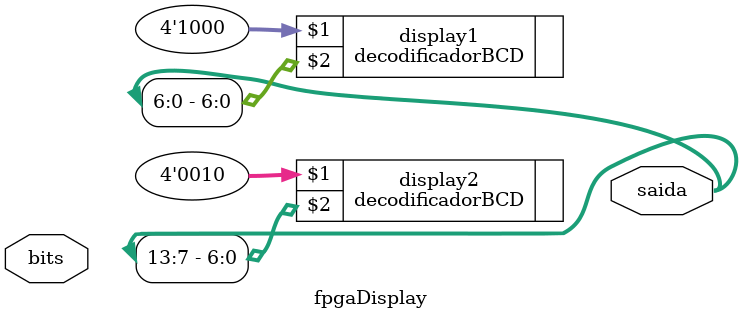
<source format=v>
module fpgaDisplay(
	input [2:0] bits,
	output [13:0] saida
);
	wire s1, s2, s3, s4, s5;
	wire [13:0] saidaDisplay1;


	main2 main2(.saidaPC(saidaDisplay1), .teste(bits));
	 
	decodificadorBCD display1(
		4'b1000,
		saida[6:0]);

	decodificadorBCD display2(
		4'b0010,
		saida[13:7]);
endmodule




</source>
